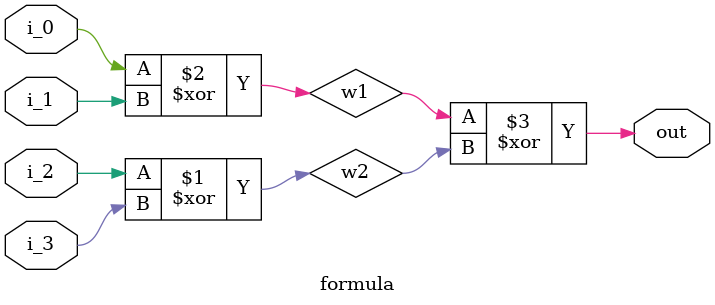
<source format=v>
module formula(i_0,i_1,i_2,i_3,out);
	input i_0 ,i_1 ,i_2 ,i_3;
	wire w1,w2;
	output out;
	assign w2 = (i_2 ^ i_3) ;
	assign w1 = (i_0 ^ i_1) ;
	assign out = (w1 ^ w2) ;
endmodule

</source>
